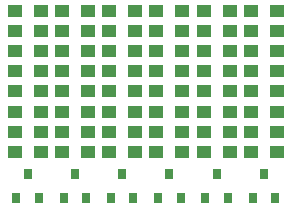
<source format=gtp>
%TF.GenerationSoftware,KiCad,Pcbnew,(5.1.9)-1*%
%TF.CreationDate,2022-09-01T14:45:20+02:00*%
%TF.ProjectId,decode,6465636f-6465-42e6-9b69-6361645f7063,rev?*%
%TF.SameCoordinates,Original*%
%TF.FileFunction,Paste,Top*%
%TF.FilePolarity,Positive*%
%FSLAX46Y46*%
G04 Gerber Fmt 4.6, Leading zero omitted, Abs format (unit mm)*
G04 Created by KiCad (PCBNEW (5.1.9)-1) date 2022-09-01 14:45:20*
%MOMM*%
%LPD*%
G01*
G04 APERTURE LIST*
%ADD10R,1.300000X1.000000*%
%ADD11R,0.800000X0.900000*%
G04 APERTURE END LIST*
D10*
%TO.C,D57*%
X178900000Y-66300000D03*
X181100000Y-66300000D03*
%TD*%
%TO.C,D56*%
X178900000Y-64600000D03*
X181100000Y-64600000D03*
%TD*%
%TO.C,D55*%
X178900000Y-62900000D03*
X181100000Y-62900000D03*
%TD*%
%TO.C,D54*%
X178900000Y-61200000D03*
X181100000Y-61200000D03*
%TD*%
%TO.C,D53*%
X178900000Y-59500000D03*
X181100000Y-59500000D03*
%TD*%
%TO.C,D52*%
X178900000Y-57800000D03*
X181100000Y-57800000D03*
%TD*%
%TO.C,D51*%
X178900000Y-56100000D03*
X181100000Y-56100000D03*
%TD*%
%TO.C,D50*%
X178900000Y-54400000D03*
X181100000Y-54400000D03*
%TD*%
%TO.C,D47*%
X174900000Y-66300000D03*
X177100000Y-66300000D03*
%TD*%
%TO.C,D46*%
X174900000Y-64600000D03*
X177100000Y-64600000D03*
%TD*%
%TO.C,D45*%
X174900000Y-62900000D03*
X177100000Y-62900000D03*
%TD*%
%TO.C,D44*%
X174900000Y-61200000D03*
X177100000Y-61200000D03*
%TD*%
%TO.C,D43*%
X174900000Y-59500000D03*
X177100000Y-59500000D03*
%TD*%
%TO.C,D42*%
X174900000Y-57800000D03*
X177100000Y-57800000D03*
%TD*%
%TO.C,D41*%
X174900000Y-56100000D03*
X177100000Y-56100000D03*
%TD*%
%TO.C,D40*%
X174900000Y-54400000D03*
X177100000Y-54400000D03*
%TD*%
%TO.C,D37*%
X170900000Y-66300000D03*
X173100000Y-66300000D03*
%TD*%
%TO.C,D36*%
X170900000Y-64600000D03*
X173100000Y-64600000D03*
%TD*%
%TO.C,D35*%
X170900000Y-62900000D03*
X173100000Y-62900000D03*
%TD*%
%TO.C,D34*%
X170900000Y-61200000D03*
X173100000Y-61200000D03*
%TD*%
%TO.C,D33*%
X170900000Y-59500000D03*
X173100000Y-59500000D03*
%TD*%
%TO.C,D32*%
X170900000Y-57800000D03*
X173100000Y-57800000D03*
%TD*%
%TO.C,D31*%
X170900000Y-56100000D03*
X173100000Y-56100000D03*
%TD*%
%TO.C,D30*%
X170900000Y-54400000D03*
X173100000Y-54400000D03*
%TD*%
%TO.C,D27*%
X166900000Y-66300000D03*
X169100000Y-66300000D03*
%TD*%
%TO.C,D26*%
X166900000Y-64600000D03*
X169100000Y-64600000D03*
%TD*%
%TO.C,D25*%
X166900000Y-62900000D03*
X169100000Y-62900000D03*
%TD*%
%TO.C,D24*%
X166900000Y-61200000D03*
X169100000Y-61200000D03*
%TD*%
%TO.C,D23*%
X166900000Y-59500000D03*
X169100000Y-59500000D03*
%TD*%
%TO.C,D22*%
X166900000Y-57800000D03*
X169100000Y-57800000D03*
%TD*%
%TO.C,D21*%
X166900000Y-56100000D03*
X169100000Y-56100000D03*
%TD*%
%TO.C,D20*%
X166900000Y-54400000D03*
X169100000Y-54400000D03*
%TD*%
%TO.C,D17*%
X162900000Y-66300000D03*
X165100000Y-66300000D03*
%TD*%
%TO.C,D16*%
X162900000Y-64600000D03*
X165100000Y-64600000D03*
%TD*%
%TO.C,D15*%
X162900000Y-62900000D03*
X165100000Y-62900000D03*
%TD*%
%TO.C,D14*%
X162900000Y-61200000D03*
X165100000Y-61200000D03*
%TD*%
%TO.C,D13*%
X162900000Y-59500000D03*
X165100000Y-59500000D03*
%TD*%
%TO.C,D12*%
X162900000Y-57800000D03*
X165100000Y-57800000D03*
%TD*%
%TO.C,D11*%
X162900000Y-56100000D03*
X165100000Y-56100000D03*
%TD*%
%TO.C,D10*%
X162900000Y-54400000D03*
X165100000Y-54400000D03*
%TD*%
%TO.C,D7*%
X158900000Y-66300000D03*
X161100000Y-66300000D03*
%TD*%
%TO.C,D6*%
X158900000Y-64600000D03*
X161100000Y-64600000D03*
%TD*%
%TO.C,D5*%
X158900000Y-62900000D03*
X161100000Y-62900000D03*
%TD*%
%TO.C,D4*%
X158900000Y-61200000D03*
X161100000Y-61200000D03*
%TD*%
%TO.C,D3*%
X158900000Y-59500000D03*
X161100000Y-59500000D03*
%TD*%
%TO.C,D2*%
X158900000Y-57800000D03*
X161100000Y-57800000D03*
%TD*%
%TO.C,D1*%
X158900000Y-56100000D03*
X161100000Y-56100000D03*
%TD*%
%TO.C,D0*%
X158900000Y-54400000D03*
X161100000Y-54400000D03*
%TD*%
D11*
%TO.C,Q5*%
X180000000Y-68200000D03*
X180950000Y-70200000D03*
X179050000Y-70200000D03*
%TD*%
%TO.C,Q4*%
X176000000Y-68200000D03*
X176950000Y-70200000D03*
X175050000Y-70200000D03*
%TD*%
%TO.C,Q3*%
X172000000Y-68200000D03*
X172950000Y-70200000D03*
X171050000Y-70200000D03*
%TD*%
%TO.C,Q2*%
X168000000Y-68200000D03*
X168950000Y-70200000D03*
X167050000Y-70200000D03*
%TD*%
%TO.C,Q1*%
X164000000Y-68200000D03*
X164950000Y-70200000D03*
X163050000Y-70200000D03*
%TD*%
%TO.C,Q0*%
X160000000Y-68200000D03*
X160950000Y-70200000D03*
X159050000Y-70200000D03*
%TD*%
M02*

</source>
